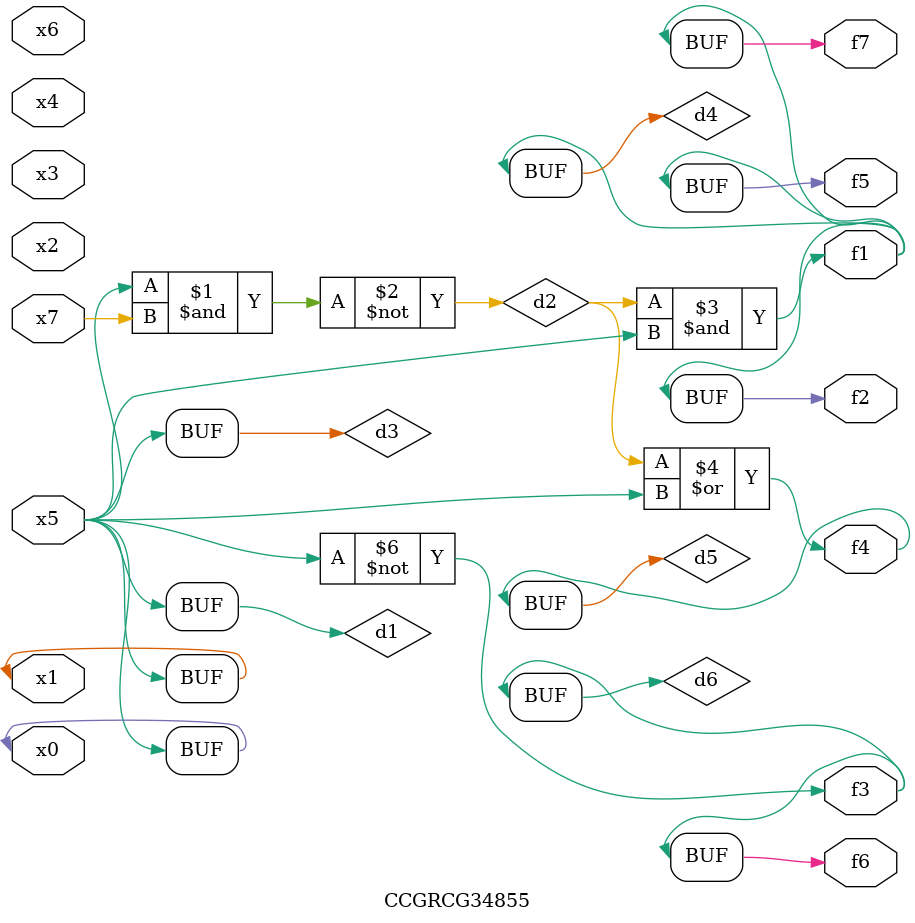
<source format=v>
module CCGRCG34855(
	input x0, x1, x2, x3, x4, x5, x6, x7,
	output f1, f2, f3, f4, f5, f6, f7
);

	wire d1, d2, d3, d4, d5, d6;

	buf (d1, x0, x5);
	nand (d2, x5, x7);
	buf (d3, x0, x1);
	and (d4, d2, d3);
	or (d5, d2, d3);
	nor (d6, d1, d3);
	assign f1 = d4;
	assign f2 = d4;
	assign f3 = d6;
	assign f4 = d5;
	assign f5 = d4;
	assign f6 = d6;
	assign f7 = d4;
endmodule

</source>
